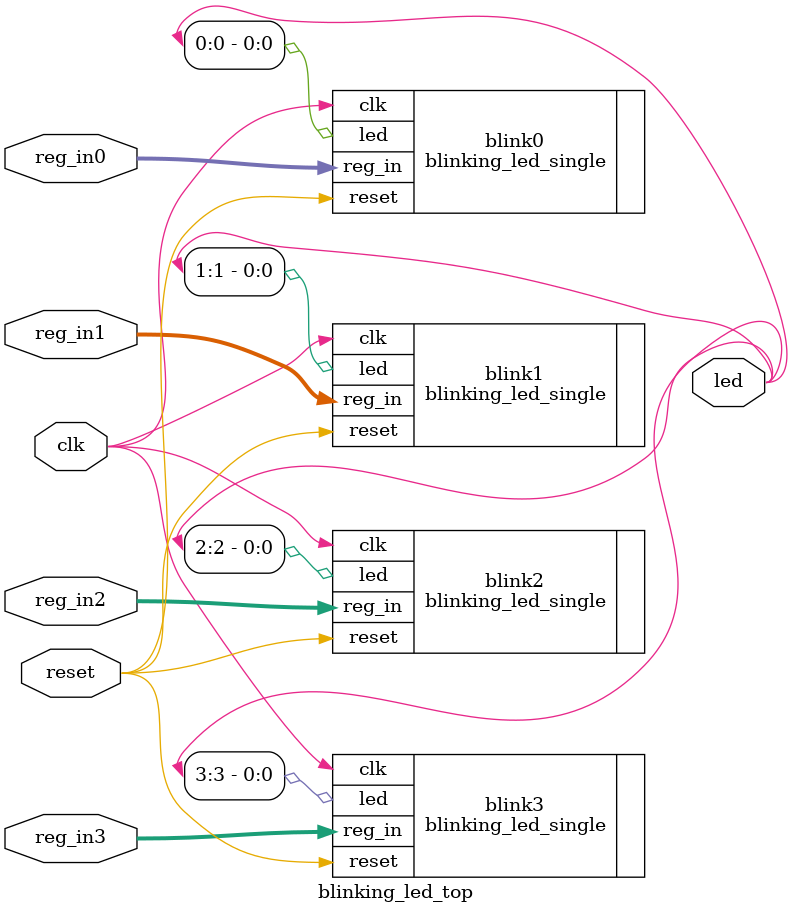
<source format=sv>
`timescale 1ns / 1ps


module blinking_led_top(
    input logic [15:0] reg_in0,
    input logic [15:0] reg_in1,
    input logic [15:0] reg_in2,
    input logic [15:0] reg_in3,
    output logic [3:0]led,
//    output logic led1,
//    output logic led2,
//    output logic led3,
    input logic clk,
    input logic reset
    );
    
    blinking_led_single blink0(
    .clk(clk), 
    .reset(reset),
    .reg_in(reg_in0),
    .led(led[0])
    );
    
    blinking_led_single blink1(
    .clk(clk), 
    .reset(reset),
    .reg_in(reg_in1),
    .led(led[1])
    );
    
    blinking_led_single blink2(
    .clk(clk), 
    .reset(reset),
    .reg_in(reg_in2),
    .led(led[2])
    );
    
    blinking_led_single blink3(
    .clk(clk), 
    .reset(reset),
    .reg_in(reg_in3),
    .led(led[3])
    );
endmodule

</source>
